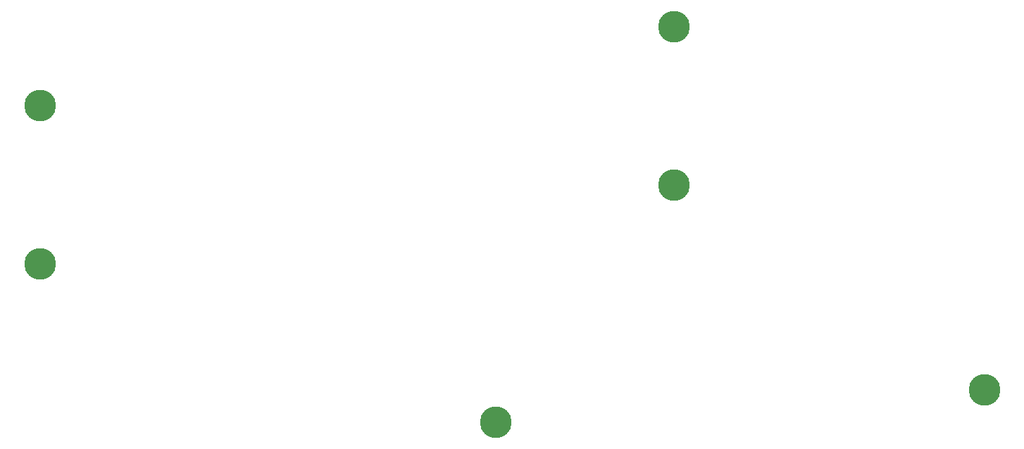
<source format=gbr>
%TF.GenerationSoftware,KiCad,Pcbnew,7.0.5*%
%TF.CreationDate,2024-03-19T14:27:57+08:00*%
%TF.ProjectId,J-50x,4a2d3530-782e-46b6-9963-61645f706362,rev?*%
%TF.SameCoordinates,Original*%
%TF.FileFunction,Soldermask,Bot*%
%TF.FilePolarity,Negative*%
%FSLAX46Y46*%
G04 Gerber Fmt 4.6, Leading zero omitted, Abs format (unit mm)*
G04 Created by KiCad (PCBNEW 7.0.5) date 2024-03-19 14:27:57*
%MOMM*%
%LPD*%
G01*
G04 APERTURE LIST*
%ADD10C,3.800000*%
G04 APERTURE END LIST*
D10*
%TO.C,H15*%
X129770000Y-107945000D03*
%TD*%
%TO.C,H14*%
X129770000Y-88895000D03*
%TD*%
%TO.C,H13*%
X167066000Y-132611000D03*
%TD*%
%TO.C,H10*%
X53570000Y-117470000D03*
%TD*%
%TO.C,H9*%
X53570000Y-98420000D03*
%TD*%
%TO.C,H7*%
X108339000Y-136520000D03*
%TD*%
M02*

</source>
